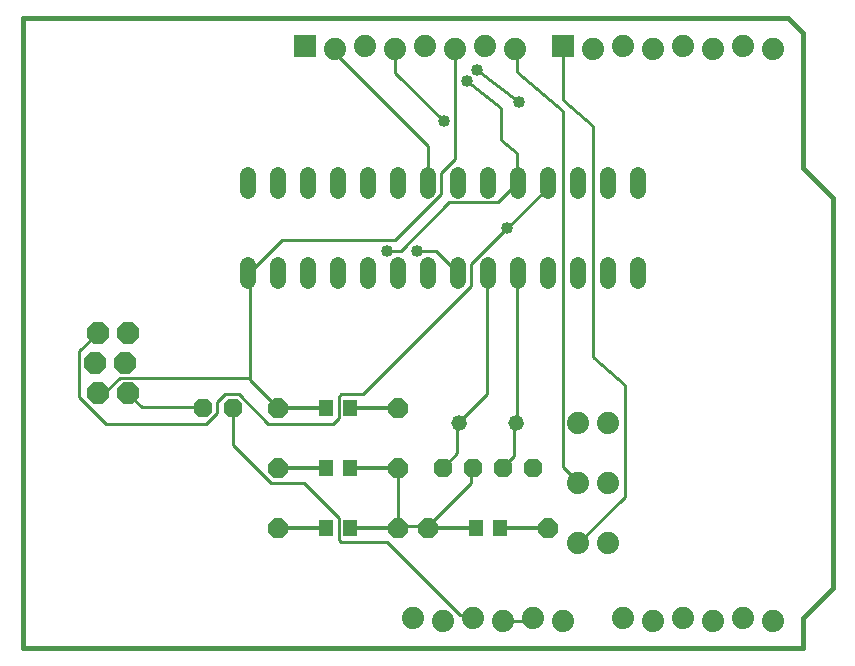
<source format=gtl>
G75*
%MOIN*%
%OFA0B0*%
%FSLAX25Y25*%
%IPPOS*%
%LPD*%
%AMOC8*
5,1,8,0,0,1.08239X$1,22.5*
%
%ADD10C,0.01600*%
%ADD11OC8,0.06300*%
%ADD12C,0.05200*%
%ADD13OC8,0.07400*%
%ADD14C,0.07400*%
%ADD15C,0.05200*%
%ADD16C,0.01200*%
%ADD17OC8,0.06600*%
%ADD18R,0.04724X0.05512*%
%ADD19C,0.00000*%
%ADD20R,0.07400X0.07400*%
%ADD21C,0.01000*%
%ADD22C,0.04000*%
D10*
X0005000Y0005000D02*
X0005000Y0215000D01*
X0260000Y0215000D01*
X0265000Y0210000D01*
X0265000Y0165000D01*
X0275000Y0155000D01*
X0275000Y0025000D01*
X0265000Y0015000D01*
X0265000Y0005000D01*
X0005000Y0005000D01*
D11*
X0065000Y0085000D03*
X0075000Y0085000D03*
X0145000Y0065000D03*
X0155000Y0065000D03*
X0165000Y0065000D03*
X0175000Y0065000D03*
D12*
X0170000Y0127400D02*
X0170000Y0132600D01*
X0160000Y0132600D02*
X0160000Y0127400D01*
X0150000Y0127400D02*
X0150000Y0132600D01*
X0140000Y0132600D02*
X0140000Y0127400D01*
X0130000Y0127400D02*
X0130000Y0132600D01*
X0120000Y0132600D02*
X0120000Y0127400D01*
X0110000Y0127400D02*
X0110000Y0132600D01*
X0100000Y0132600D02*
X0100000Y0127400D01*
X0090000Y0127400D02*
X0090000Y0132600D01*
X0080000Y0132600D02*
X0080000Y0127400D01*
X0080000Y0157400D02*
X0080000Y0162600D01*
X0090000Y0162600D02*
X0090000Y0157400D01*
X0100000Y0157400D02*
X0100000Y0162600D01*
X0110000Y0162600D02*
X0110000Y0157400D01*
X0120000Y0157400D02*
X0120000Y0162600D01*
X0130000Y0162600D02*
X0130000Y0157400D01*
X0140000Y0157400D02*
X0140000Y0162600D01*
X0150000Y0162600D02*
X0150000Y0157400D01*
X0160000Y0157400D02*
X0160000Y0162600D01*
X0170000Y0162600D02*
X0170000Y0157400D01*
X0180000Y0157400D02*
X0180000Y0162600D01*
X0190000Y0162600D02*
X0190000Y0157400D01*
X0200000Y0157400D02*
X0200000Y0162600D01*
X0210000Y0162600D02*
X0210000Y0157400D01*
X0210000Y0132600D02*
X0210000Y0127400D01*
X0200000Y0127400D02*
X0200000Y0132600D01*
X0190000Y0132600D02*
X0190000Y0127400D01*
X0180000Y0127400D02*
X0180000Y0132600D01*
D13*
X0040000Y0110000D03*
X0030000Y0110000D03*
X0029000Y0100000D03*
X0039000Y0100000D03*
X0040000Y0090000D03*
X0030000Y0090000D03*
D14*
X0135000Y0015000D03*
X0145000Y0014000D03*
X0155000Y0015000D03*
X0165000Y0014000D03*
X0175000Y0015000D03*
X0185000Y0014000D03*
X0205000Y0015000D03*
X0215000Y0014000D03*
X0225000Y0015000D03*
X0235000Y0014000D03*
X0245000Y0015000D03*
X0255000Y0014000D03*
X0200000Y0040000D03*
X0190000Y0040000D03*
X0190000Y0060000D03*
X0200000Y0060000D03*
X0200000Y0080000D03*
X0190000Y0080000D03*
X0195000Y0204500D03*
X0205000Y0205500D03*
X0215000Y0204500D03*
X0225000Y0205500D03*
X0235000Y0204500D03*
X0245000Y0205500D03*
X0255000Y0204500D03*
X0169000Y0204500D03*
X0159000Y0205500D03*
X0149000Y0204500D03*
X0139000Y0205500D03*
X0129000Y0204500D03*
X0119000Y0205500D03*
X0109000Y0204500D03*
D15*
X0150500Y0080000D03*
X0169500Y0080000D03*
D16*
X0130079Y0085000D02*
X0113937Y0085000D01*
X0105669Y0085000D02*
X0092283Y0085000D01*
X0089921Y0065000D02*
X0106063Y0065000D01*
X0114331Y0065000D02*
X0127717Y0065000D01*
X0127717Y0045000D02*
X0114331Y0045000D01*
X0106063Y0045000D02*
X0089921Y0045000D01*
X0142283Y0045000D02*
X0155669Y0045000D01*
X0163937Y0045000D02*
X0180079Y0045000D01*
D17*
X0180000Y0045000D03*
X0140000Y0045000D03*
X0130000Y0045000D03*
X0130000Y0065000D03*
X0130000Y0085000D03*
X0090000Y0085000D03*
X0090000Y0065000D03*
X0090000Y0045000D03*
D18*
X0105963Y0045000D03*
X0114037Y0045000D03*
X0114037Y0065000D03*
X0105963Y0065000D03*
X0105963Y0085000D03*
X0114037Y0085000D03*
X0155963Y0045000D03*
X0164037Y0045000D03*
D19*
X0005000Y0005000D02*
X0005000Y0215000D01*
X0259000Y0215000D01*
X0265000Y0209000D01*
X0265000Y0164000D01*
X0275000Y0154000D01*
X0275000Y0025000D01*
X0265000Y0015000D01*
X0265000Y0005000D01*
X0005000Y0005000D01*
D20*
X0099000Y0205500D03*
X0185000Y0205500D03*
D21*
X0185000Y0187575D01*
X0195075Y0178750D01*
X0195000Y0171250D01*
X0195000Y0101875D01*
X0205625Y0092500D01*
X0205625Y0088750D01*
X0205700Y0055400D01*
X0190400Y0040100D01*
X0190000Y0040000D01*
X0190000Y0060000D02*
X0189500Y0060800D01*
X0185000Y0065300D01*
X0185000Y0184025D01*
X0169700Y0196825D01*
X0169700Y0203900D01*
X0169000Y0204500D01*
X0156350Y0197600D02*
X0170275Y0186800D01*
X0164375Y0185000D02*
X0164375Y0174350D01*
X0169700Y0169975D01*
X0169700Y0160700D01*
X0170000Y0160000D01*
X0169700Y0159800D01*
X0163400Y0153500D01*
X0147200Y0153500D01*
X0131000Y0137300D01*
X0126500Y0137300D01*
X0129200Y0140900D02*
X0091400Y0140900D01*
X0080600Y0130100D01*
X0080000Y0130000D01*
X0080600Y0129200D01*
X0080600Y0095000D01*
X0037400Y0095000D01*
X0032900Y0090500D01*
X0030200Y0090500D01*
X0030000Y0090000D01*
X0023900Y0088700D02*
X0023900Y0104000D01*
X0029300Y0109400D01*
X0030000Y0110000D01*
X0040000Y0090000D02*
X0040100Y0089600D01*
X0044600Y0085100D01*
X0064400Y0085100D01*
X0065000Y0085000D01*
X0069800Y0083300D02*
X0066200Y0079700D01*
X0032900Y0079700D01*
X0023900Y0088700D01*
X0069800Y0086900D02*
X0069800Y0083300D01*
X0069800Y0086900D02*
X0072500Y0089600D01*
X0077000Y0089600D01*
X0086900Y0079700D01*
X0108500Y0079700D01*
X0110300Y0081500D01*
X0110300Y0088700D01*
X0111200Y0089600D01*
X0118400Y0089600D01*
X0154400Y0125600D01*
X0154400Y0132800D01*
X0166500Y0144900D01*
X0179600Y0158000D01*
X0179600Y0159800D01*
X0180000Y0160000D01*
X0164375Y0185000D02*
X0153225Y0193950D01*
X0149000Y0204500D02*
X0149000Y0167900D01*
X0144500Y0163400D01*
X0144500Y0156200D01*
X0129200Y0140900D01*
X0136400Y0137300D02*
X0142700Y0137300D01*
X0150000Y0130000D01*
X0159800Y0129200D02*
X0160000Y0130000D01*
X0159800Y0129200D02*
X0159800Y0089600D01*
X0150800Y0080600D01*
X0150500Y0080000D01*
X0149900Y0079700D01*
X0149900Y0069800D01*
X0145400Y0065300D01*
X0145000Y0065000D01*
X0154400Y0064400D02*
X0154400Y0059900D01*
X0140000Y0045500D01*
X0140000Y0045000D01*
X0140000Y0045500D02*
X0130100Y0045500D01*
X0130000Y0045000D01*
X0130100Y0045500D02*
X0130100Y0064400D01*
X0130000Y0065000D01*
X0110300Y0048200D02*
X0098600Y0059900D01*
X0087800Y0059900D01*
X0075200Y0072500D01*
X0075200Y0084200D01*
X0075000Y0085000D01*
X0080600Y0094100D02*
X0089600Y0085100D01*
X0090000Y0085000D01*
X0080600Y0094100D02*
X0080600Y0095000D01*
X0110300Y0048200D02*
X0110300Y0041000D01*
X0111200Y0040100D01*
X0126500Y0040100D01*
X0150800Y0015800D01*
X0154400Y0015800D01*
X0155000Y0015000D01*
X0165000Y0014000D02*
X0173300Y0014000D01*
X0174200Y0014900D01*
X0175000Y0015000D01*
X0165000Y0065000D02*
X0165200Y0065300D01*
X0168800Y0068900D01*
X0168800Y0079700D01*
X0169500Y0080000D01*
X0169700Y0080600D01*
X0169700Y0129200D01*
X0170000Y0130000D01*
X0140000Y0160000D02*
X0140000Y0172400D01*
X0108500Y0203900D01*
X0109000Y0204500D01*
X0129000Y0204500D02*
X0129200Y0203900D01*
X0129200Y0196700D01*
X0145400Y0180500D01*
X0155000Y0065000D02*
X0154400Y0064400D01*
D22*
X0136400Y0137300D03*
X0126500Y0137300D03*
X0166500Y0144900D03*
X0145400Y0180500D03*
X0153225Y0193950D03*
X0156350Y0197600D03*
X0170275Y0186800D03*
M02*

</source>
